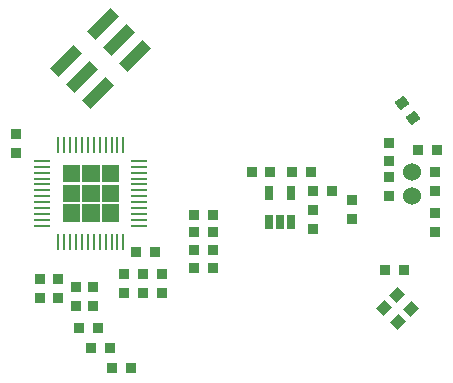
<source format=gbp>
G04*
G04 #@! TF.GenerationSoftware,Altium Limited,Altium Designer,20.0.7 (75)*
G04*
G04 Layer_Color=128*
%FSLAX44Y44*%
%MOMM*%
G71*
G01*
G75*
%ADD19R,0.9652X0.8636*%
%ADD20R,0.8636X0.9652*%
%ADD43C,1.5240*%
G04:AMPARAMS|DCode=85|XSize=2.8mm|YSize=1mm|CornerRadius=0mm|HoleSize=0mm|Usage=FLASHONLY|Rotation=45.000|XOffset=0mm|YOffset=0mm|HoleType=Round|Shape=Rectangle|*
%AMROTATEDRECTD85*
4,1,4,-0.6364,-1.3435,-1.3435,-0.6364,0.6364,1.3435,1.3435,0.6364,-0.6364,-1.3435,0.0*
%
%ADD85ROTATEDRECTD85*%

G04:AMPARAMS|DCode=86|XSize=0.8636mm|YSize=0.9652mm|CornerRadius=0mm|HoleSize=0mm|Usage=FLASHONLY|Rotation=135.000|XOffset=0mm|YOffset=0mm|HoleType=Round|Shape=Rectangle|*
%AMROTATEDRECTD86*
4,1,4,0.6466,0.0359,-0.0359,-0.6466,-0.6466,-0.0359,0.0359,0.6466,0.6466,0.0359,0.0*
%
%ADD86ROTATEDRECTD86*%

G04:AMPARAMS|DCode=87|XSize=0.8636mm|YSize=0.9652mm|CornerRadius=0mm|HoleSize=0mm|Usage=FLASHONLY|Rotation=125.000|XOffset=0mm|YOffset=0mm|HoleType=Round|Shape=Rectangle|*
%AMROTATEDRECTD87*
4,1,4,0.6430,-0.0769,-0.1477,-0.6305,-0.6430,0.0769,0.1477,0.6305,0.6430,-0.0769,0.0*
%
%ADD87ROTATEDRECTD87*%

%ADD88R,1.4732X0.2286*%
%ADD89R,0.2286X1.4732*%
%ADD91R,0.6500X1.2500*%
%ADD97R,0.0254X0.0254*%
G36*
X-97981Y29340D02*
X-112660D01*
Y44019D01*
X-97981D01*
Y29340D01*
D02*
G37*
G36*
X-114660D02*
X-129340D01*
Y44019D01*
X-114660D01*
Y29340D01*
D02*
G37*
G36*
X-131340D02*
X-146019D01*
Y44019D01*
X-131340D01*
Y29340D01*
D02*
G37*
G36*
X-97981Y12660D02*
X-112660D01*
Y27340D01*
X-97981D01*
Y12660D01*
D02*
G37*
G36*
X-114660D02*
X-129340D01*
Y27340D01*
X-114660D01*
Y12660D01*
D02*
G37*
G36*
X-131340D02*
X-146019D01*
Y27340D01*
X-131340D01*
Y12660D01*
D02*
G37*
G36*
X-97981Y-4019D02*
X-112660D01*
Y10660D01*
X-97981D01*
Y-4019D01*
D02*
G37*
G36*
X-114660D02*
X-129340D01*
Y10660D01*
X-114660D01*
Y-4019D01*
D02*
G37*
G36*
X-131340D02*
X-146019D01*
Y10660D01*
X-131340D01*
Y-4019D01*
D02*
G37*
D19*
X99000Y14001D02*
D03*
Y-2001D02*
D03*
X130000Y46999D02*
D03*
Y63001D02*
D03*
Y17999D02*
D03*
Y34001D02*
D03*
X-185000Y70001D02*
D03*
Y53999D02*
D03*
X-135000Y-58999D02*
D03*
Y-75001D02*
D03*
X66000Y-10001D02*
D03*
Y6001D02*
D03*
X169000Y3001D02*
D03*
Y-13001D02*
D03*
X169000Y21999D02*
D03*
Y38001D02*
D03*
X-78000Y-47999D02*
D03*
Y-64001D02*
D03*
X-165100Y-52699D02*
D03*
Y-68701D02*
D03*
X-149600Y-52699D02*
D03*
Y-68701D02*
D03*
X-120000Y-58999D02*
D03*
Y-75001D02*
D03*
X-94000Y-64001D02*
D03*
Y-47999D02*
D03*
X-62000Y-47999D02*
D03*
Y-64001D02*
D03*
D20*
X126999Y-45000D02*
D03*
X143001Y-45000D02*
D03*
X-35000Y2000D02*
D03*
X-18998D02*
D03*
X-115999Y-94000D02*
D03*
X-132001D02*
D03*
X-106099Y-110700D02*
D03*
X-122101D02*
D03*
X-87999Y-128000D02*
D03*
X-104001D02*
D03*
X-35000Y-13000D02*
D03*
X-18998D02*
D03*
X-18999Y-43000D02*
D03*
X-35001D02*
D03*
X-67999Y-30000D02*
D03*
X-84001D02*
D03*
X-18998Y-28000D02*
D03*
X-35000D02*
D03*
X171001Y57000D02*
D03*
X154999D02*
D03*
X64000Y38000D02*
D03*
X47998D02*
D03*
X65999Y22000D02*
D03*
X82001D02*
D03*
X30001Y38000D02*
D03*
X13999D02*
D03*
D43*
X150000Y38000D02*
D03*
Y18000D02*
D03*
D85*
X-111879Y162991D02*
D03*
X-142991Y131879D02*
D03*
X-98444Y149556D02*
D03*
X-129556Y118444D02*
D03*
X-85009Y136121D02*
D03*
X-116121Y105009D02*
D03*
D86*
X137658Y-88658D02*
D03*
X126343Y-77342D02*
D03*
X137343Y-66342D02*
D03*
X148657Y-77658D02*
D03*
D87*
X141411Y96554D02*
D03*
X150589Y83446D02*
D03*
D88*
X-163148Y-7500D02*
D03*
Y-2500D02*
D03*
Y2500D02*
D03*
Y7500D02*
D03*
Y12500D02*
D03*
Y17500D02*
D03*
Y22500D02*
D03*
Y27500D02*
D03*
Y32500D02*
D03*
Y37500D02*
D03*
Y42500D02*
D03*
Y47500D02*
D03*
X-80852D02*
D03*
Y42500D02*
D03*
Y37500D02*
D03*
Y32500D02*
D03*
Y27500D02*
D03*
Y22500D02*
D03*
Y17500D02*
D03*
Y12500D02*
D03*
Y7500D02*
D03*
Y2500D02*
D03*
Y-2500D02*
D03*
Y-7500D02*
D03*
D89*
X-149500Y61148D02*
D03*
X-144500D02*
D03*
X-139500D02*
D03*
X-134500D02*
D03*
X-129500D02*
D03*
X-124500D02*
D03*
X-119500D02*
D03*
X-114500D02*
D03*
X-109500D02*
D03*
X-104500D02*
D03*
X-99500D02*
D03*
X-94500D02*
D03*
Y-21148D02*
D03*
X-99500D02*
D03*
X-104500D02*
D03*
X-109500D02*
D03*
X-114500D02*
D03*
X-119500D02*
D03*
X-124500D02*
D03*
X-129500D02*
D03*
X-134500D02*
D03*
X-139500D02*
D03*
X-144500D02*
D03*
X-149500D02*
D03*
D91*
X47400Y-4500D02*
D03*
X38000D02*
D03*
X28600D02*
D03*
Y20500D02*
D03*
X47400D02*
D03*
D97*
X-122000Y20000D02*
D03*
M02*

</source>
